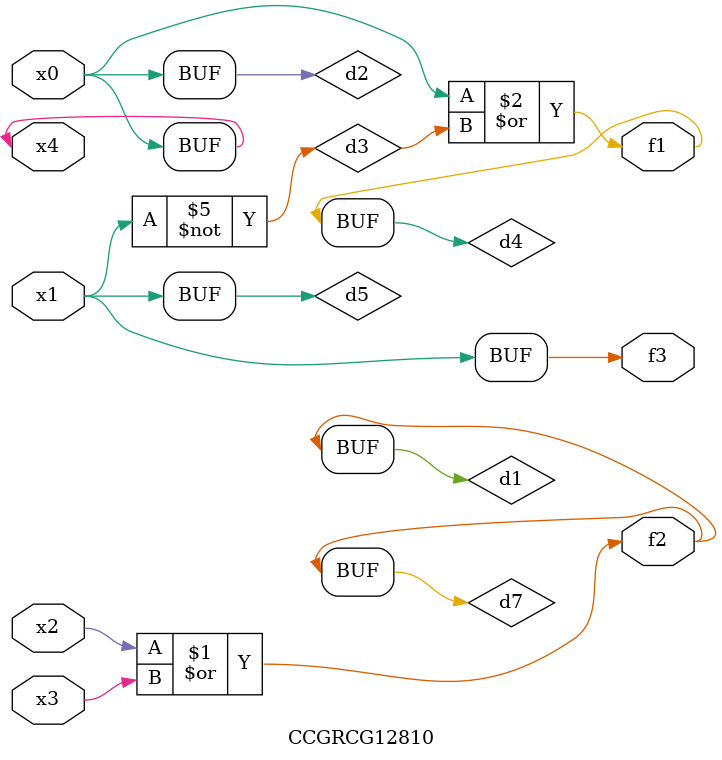
<source format=v>
module CCGRCG12810(
	input x0, x1, x2, x3, x4,
	output f1, f2, f3
);

	wire d1, d2, d3, d4, d5, d6, d7;

	or (d1, x2, x3);
	buf (d2, x0, x4);
	not (d3, x1);
	or (d4, d2, d3);
	not (d5, d3);
	nand (d6, d1, d3);
	or (d7, d1);
	assign f1 = d4;
	assign f2 = d7;
	assign f3 = d5;
endmodule

</source>
